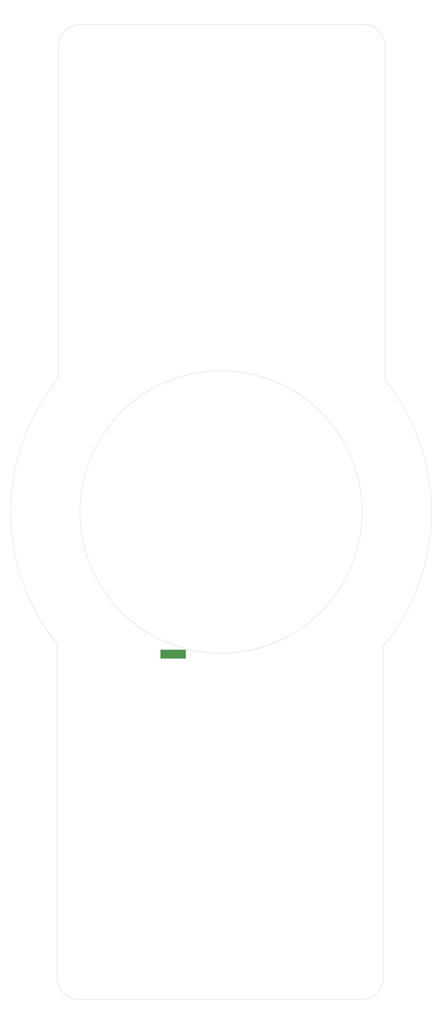
<source format=gko>
%FSTAX44Y44*%
%MOMM*%
%SFA1B1*%

%IPPOS*%
%ADD72C,0.010000*%
%ADD73R,17.999964X6.299987*%
%LNpcb1-1*%
%LPD*%
G54D72*
X00471219Y-00022299D02*
D01*
X00540976Y-00019863*
X00610392Y-00012567*
X00679131Y-00000447*
X00746857Y00016438*
X00813239Y00038007*
X00877956Y00064154*
X00940691Y00094752*
X01001139Y00129651*
X01059005Y00168682*
X01114007Y00211655*
X01165878Y0025836*
X01214364Y00308569*
X0125923Y00362038*
X01300257Y00418506*
X01337245Y00477699*
X01370014Y00539328*
X01398403Y00603093*
X01422276Y00668682*
X01441515Y00735778*
X01456027Y00804051*
X01465741Y00873171*
X0147061Y009428*
X01471219Y00977699*
D01*
X01468783Y01047456*
X01461488Y01116873*
X01449367Y01185611*
X01432481Y01253337*
X01410912Y01319719*
X01384765Y01384436*
X01354167Y01447171*
X01319267Y01507619*
X01280236Y01565485*
X01237264Y01620487*
X01190559Y01672358*
X0114035Y01720844*
X01086881Y0176571*
X01030412Y01806737*
X00971219Y01843725*
X00909591Y01876493*
X00845826Y01904883*
X00780236Y01928756*
X00713141Y01947995*
X00644868Y01962507*
X00575748Y01972221*
X00506119Y0197709*
X00471219Y01977699*
D01*
X00401463Y01975264*
X00332046Y01967967*
X00263308Y01955847*
X00195582Y01938961*
X00129199Y01917392*
X00064483Y01891245*
X00001748Y01860647*
X-00058699Y01825747*
X-00116565Y01786716*
X-00171567Y01743744*
X-00223438Y01697039*
X-00271924Y0164683*
X-0031679Y01593361*
X-00357817Y01536892*
X-00394805Y01477699*
X-00427573Y01416071*
X-00455963Y01352306*
X-00479836Y01286716*
X-00499075Y01219621*
X-00513587Y01151347*
X-00523301Y01082228*
X-0052817Y01012599*
X-00528779Y00977699*
D01*
X-00526343Y00907943*
X-00519047Y00838526*
X-00506927Y00769788*
X-00490041Y00702062*
X-00468472Y00635679*
X-00442325Y00570963*
X-00411727Y00508228*
X-00376828Y0044778*
X-00337796Y00389914*
X-00294824Y00334912*
X-00248119Y00283041*
X-0019791Y00234555*
X-00144441Y00189689*
X-00087972Y00148662*
X-00028779Y00111674*
X00032848Y00078905*
X00096613Y00050516*
X00162202Y00026643*
X00229297Y00007404*
X00297571Y-00007107*
X00366691Y-00016821*
X0043632Y-0002169*
X00471219Y-00022299*
X-00691324Y-02315769D02*
D01*
X-00690938Y-02326768*
X-00689786Y-02337713*
X-00687873Y-02348551*
X-00685208Y-02359229*
X-00681805Y-02369695*
X-00677681Y-02379898*
X-00672854Y-02389789*
X-0066735Y-02399319*
X-00661194Y-02408442*
X-00654416Y-02417113*
X-00647051Y-02425291*
X-00639133Y-02432934*
X-00630701Y-02440007*
X-00621796Y-02446474*
X-00612461Y-02452304*
X-00602743Y-02457469*
X-00592688Y-02461944*
X-00582346Y-02465706*
X-00571766Y-02468737*
X-00561001Y-02471023*
X-00550102Y-02472553*
X-00539123Y-02473318*
X-00534109Y-02473413*
D01*
X-0053403Y-02473454*
X-00533948Y-02473489*
X-00533864Y-02473518*
X-00533778Y-02473541*
X-00533691Y-02473558*
X-00533603Y-02473568*
X-00533514Y-02473573*
X-00533491Y-02473572*
X0146447D02*
D01*
X01464557Y-02473594*
X01464644Y-02473609*
X01464733Y-02473618*
X01464819Y-02473621*
D01*
X01465602Y-02473619*
X01466385Y-02473614*
X01467168Y-02473604*
X01467951Y-0247359*
X01468733Y-02473572*
X01471231D02*
D01*
X0147132Y-02473569*
X01471409Y-0247356*
X01471496Y-02473544*
X01471583Y-02473523*
X01471667Y-02473495*
X01471733Y-02473469*
D01*
X01482705Y-02472603*
X01493589Y-02470974*
X01504333Y-0246859*
X01514884Y-02465461*
X01525192Y-02461605*
X01535205Y-02457039*
X01544876Y-02451785*
X01554157Y-0244587*
X01563002Y-02439322*
X01571369Y-02432172*
X01579217Y-02424456*
X01586507Y-02416212*
X01593205Y-02407479*
X01599277Y-02398301*
X01604695Y-02388721*
X0160943Y-02378786*
X01613461Y-02368546*
X01616768Y-02358049*
X01619335Y-02347347*
X01621149Y-02336492*
X01622201Y-02325537*
X01622338Y-02322918*
D01*
X01622378Y-02322839*
X01622412Y-02322757*
X0162244Y-02322673*
X01622462Y-02322586*
X01622479Y-02322499*
X01622489Y-02322411*
X01622492Y-02322322*
X01622493Y-02322311*
Y-02315956D02*
D01*
X01622494Y-02315955*
X01622494Y-02315953*
Y-02315951*
Y-0231595*
X01622494Y-02315948*
X01622493Y-02315947*
Y-02315946*
X01622492Y00029825D02*
D01*
X01685808Y00112443*
X01743207Y00199276*
X01794409Y00289902*
X01839164Y00383879*
X01877254Y00480748*
X01908495Y00580039*
X01932733Y00681267*
X01949851Y00783939*
X01959765Y00887555*
X01962493Y00977699*
D01*
X01958861Y01081725*
X0194798Y01185245*
X01929905Y01287753*
X01904724Y0138875*
X01872559Y01487745*
X01833566Y01584255*
X01787936Y0167781*
X01735891Y01767954*
X01677686Y01854248*
X01633735Y01911751*
Y0427114D02*
D01*
Y04271146*
Y04271152*
X01633735Y04271158*
Y04271164*
X01633735Y0427117*
D01*
X01633349Y04282169*
X01632197Y04293114*
X01630284Y04303952*
X01627619Y0431463*
X01624216Y04325096*
X01620092Y043353*
X01615265Y0434519*
X01609761Y0435472*
X01603605Y04363843*
X01596827Y04372514*
X01589462Y04380692*
X01581543Y04388335*
X01573111Y04395408*
X01564207Y04401875*
X01554872Y04407705*
X01545154Y0441287*
X01535099Y04417344*
X01524757Y04421106*
X01514177Y04424138*
X01503412Y04426424*
X01492513Y04427954*
X01481534Y04428719*
X0147652Y04428813*
D01*
X01476441Y04428854*
X01476359Y04428889*
X01476275Y04428917*
X01476189Y04428941*
X01476102Y04428958*
X01476014Y04428969*
X01475925Y04428973*
X01475902Y04428973*
X-0052206D02*
D01*
X-00522147Y04428995*
X-00522234Y0442901*
X-00522323Y04429019*
X-00522408Y04429022*
D01*
X-00523191Y0442902*
X-00523974Y04429015*
X-00524757Y04429005*
X-0052554Y04428991*
X-00526322Y04428973*
X-0052882D02*
D01*
X-00528909Y0442897*
X-00528998Y04428961*
X-00529085Y04428945*
X-00529171Y04428924*
X-00529256Y04428897*
X-00529322Y04428871*
D01*
X-00540294Y04428004*
X-00551178Y04426375*
X-00561922Y04423991*
X-00572474Y04420862*
X-00582781Y04417006*
X-00592795Y0441244*
X-00602465Y04407186*
X-00611746Y04401271*
X-00620591Y04394722*
X-00628958Y04387573*
X-00636806Y04379857*
X-00644097Y04371613*
X-00650794Y0436288*
X-00656866Y04353701*
X-00662283Y04344122*
X-00667019Y04334187*
X-0067105Y04323947*
X-00674357Y0431345*
X-00676924Y04302748*
X-00678738Y04291893*
X-0067979Y04280938*
X-00679928Y04278319*
D01*
X-00679968Y0427824*
X-00680002Y04278158*
X-0068003Y04278073*
X-00680052Y04277987*
X-00680068Y042779*
X-00680078Y04277811*
X-00680082Y04277722*
X-00680082Y04277711*
Y01925539D02*
D01*
X-00743396Y0184292*
X-00800792Y01756085*
X-0085199Y01665457*
X-00896743Y01571479*
X-0093483Y01474609*
X-00966068Y01375317*
X-00990303Y01274088*
X-01007418Y01171416*
X-01017329Y01067799*
X-01019988Y00963744*
X-01015382Y00859756*
X-01003533Y00756344*
X-009845Y00654009*
X-00958374Y00553252*
X-00925283Y00454562*
X-00885389Y00358421*
X-00838886Y00265298*
X-00786Y00175645*
X-00726989Y00089899*
X-00691325Y00043684*
Y-02315739D02*
D01*
Y-02315745*
Y-02315751*
Y-02315757*
Y-02315763*
X-00691324Y-02315769*
X-00533491Y-02473572D02*
X0146447D01*
X01468733D02*
X01471231D01*
X01622493Y-02322311D02*
Y-02315956D01*
X01622492Y00029825D02*
X01622493Y-02315946D01*
X01633735Y01911751D02*
Y0427114D01*
X-0052206Y04428973D02*
X01475902D01*
X-0052882D02*
X-00526322D01*
X-00680082Y01925539D02*
Y04277711D01*
X-00691325Y00043684D02*
Y-02315739D01*
G54D73*
X00132527Y-00028259D03*
D03*
M02*
</source>
